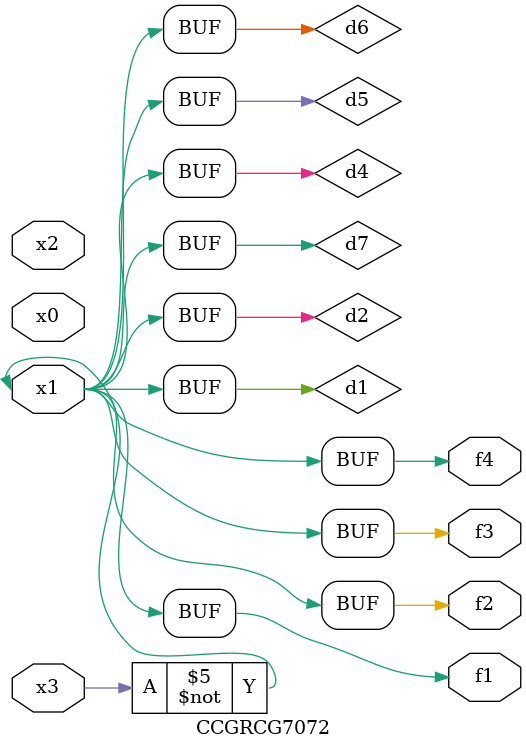
<source format=v>
module CCGRCG7072(
	input x0, x1, x2, x3,
	output f1, f2, f3, f4
);

	wire d1, d2, d3, d4, d5, d6, d7;

	not (d1, x3);
	buf (d2, x1);
	xnor (d3, d1, d2);
	nor (d4, d1);
	buf (d5, d1, d2);
	buf (d6, d4, d5);
	nand (d7, d4);
	assign f1 = d6;
	assign f2 = d7;
	assign f3 = d6;
	assign f4 = d6;
endmodule

</source>
